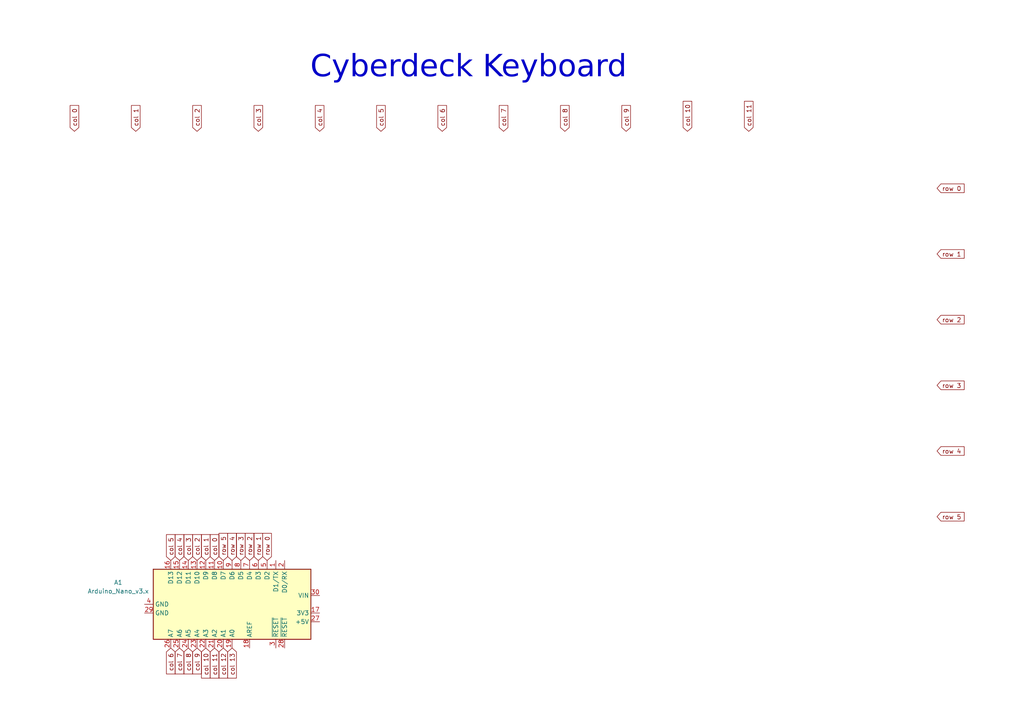
<source format=kicad_sch>
(kicad_sch (version 20231120) (generator "eeschema") (generator_version "8.0")
  (paper "A4")
  (lib_symbols
    (symbol "MCU_Module:Arduino_Nano_v3.x"
      (property "Reference" "A" (at -10.16 23.495 0))
      (property "Value" "Arduino_Nano_v3.x" (at 5.08 -24.13 0))
      (symbol "Arduino_Nano_v3.x_0_1"
        (rectangle (start -10.16 22.86) (end 10.16 -22.86) (stroke (width 0.254)) (fill (type background)))
      )
      (symbol "Arduino_Nano_v3.x_1_1"
        (pin bidirectional line (at -12.7 12.7 0) (length 2.54) (name "D1/TX") (number "1"))
        (pin bidirectional line (at -12.7 -2.54 0) (length 2.54) (name "D7") (number "10"))
        (pin bidirectional line (at -12.7 -5.08 0) (length 2.54) (name "D8") (number "11"))
        (pin bidirectional line (at -12.7 -7.62 0) (length 2.54) (name "D9") (number "12"))
        (pin bidirectional line (at -12.7 -10.16 0) (length 2.54) (name "D10") (number "13"))
        (pin bidirectional line (at -12.7 -12.7 0) (length 2.54) (name "D11") (number "14"))
        (pin bidirectional line (at -12.7 -15.24 0) (length 2.54) (name "D12") (number "15"))
        (pin bidirectional line (at -12.7 -17.78 0) (length 2.54) (name "D13") (number "16"))
        (pin power_out line (at 2.54 25.4 270) (length 2.54) (name "3V3") (number "17"))
        (pin input line (at 12.7 5.08 180) (length 2.54) (name "AREF") (number "18"))
        (pin bidirectional line (at 12.7 0 180) (length 2.54) (name "A0") (number "19"))
        (pin bidirectional line (at -12.7 15.24 0) (length 2.54) (name "D0/RX") (number "2"))
        (pin bidirectional line (at 12.7 -2.54 180) (length 2.54) (name "A1") (number "20"))
        (pin bidirectional line (at 12.7 -5.08 180) (length 2.54) (name "A2") (number "21"))
        (pin bidirectional line (at 12.7 -7.62 180) (length 2.54) (name "A3") (number "22"))
        (pin bidirectional line (at 12.7 -10.16 180) (length 2.54) (name "A4") (number "23"))
        (pin bidirectional line (at 12.7 -12.7 180) (length 2.54) (name "A5") (number "24"))
        (pin bidirectional line (at 12.7 -15.24 180) (length 2.54) (name "A6") (number "25"))
        (pin bidirectional line (at 12.7 -17.78 180) (length 2.54) (name "A7") (number "26"))
        (pin power_out line (at 5.08 25.4 270) (length 2.54) (name "+5V") (number "27"))
        (pin input line (at 12.7 15.24 180) (length 2.54) (name "~{RESET}") (number "28"))
        (pin power_in line (at 2.54 -25.4 90) (length 2.54) (name "GND") (number "29"))
        (pin input line (at 12.7 12.7 180) (length 2.54) (name "~{RESET}") (number "3"))
        (pin power_in line (at -2.54 25.4 270) (length 2.54) (name "VIN") (number "30"))
        (pin power_in line (at 0 -25.4 90) (length 2.54) (name "GND") (number "4"))
        (pin bidirectional line (at -12.7 10.16 0) (length 2.54) (name "D2") (number "5"))
        (pin bidirectional line (at -12.7 7.62 0) (length 2.54) (name "D3") (number "6"))
        (pin bidirectional line (at -12.7 5.08 0) (length 2.54) (name "D4") (number "7"))
        (pin bidirectional line (at -12.7 2.54 0) (length 2.54) (name "D5") (number "8"))
        (pin bidirectional line (at -12.7 0 0) (length 2.54) (name "D6") (number "9"))
      )
    )
  )
  (text "Cyberdeck Keyboard" (at 135.89 21.336 0) (effects (font (size 6.35 6.35))))
  (global_label "row 1" (shape input) (at 74.93 162.56 90) (property "Intersheetrefs" "${INTERSHEET_REFS}" (effects (hide yes))))
  (global_label "col 6" (shape input) (at 128.27 38.1 90) (property "Intersheetrefs" "${INTERSHEET_REFS}" (effects (hide yes))))
  (global_label "col 8" (shape input) (at 163.83 38.1 90) (property "Intersheetrefs" "${INTERSHEET_REFS}" (effects (hide yes))))
  (global_label "col 7" (shape input) (at 146.05 38.1 90) (property "Intersheetrefs" "${INTERSHEET_REFS}" (effects (hide yes))))
  (global_label "row 5" (shape input) (at 64.77 162.56 90) (property "Intersheetrefs" "${INTERSHEET_REFS}" (effects (hide yes))))
  (global_label "row 2" (shape input) (at 72.39 162.56 90) (property "Intersheetrefs" "${INTERSHEET_REFS}" (effects (hide yes))))
  (global_label "col 1" (shape input) (at 59.69 162.56 90) (property "Intersheetrefs" "${INTERSHEET_REFS}" (effects (hide yes))))
  (global_label "col 12" (shape input) (at 64.77 187.96 270) (property "Intersheetrefs" "${INTERSHEET_REFS}" (effects (hide yes))))
  (global_label "col 4" (shape input) (at 92.71 38.1 90) (property "Intersheetrefs" "${INTERSHEET_REFS}" (effects (hide yes))))
  (global_label "row 0" (shape input) (at 271.78 54.61 0) (property "Intersheetrefs" "${INTERSHEET_REFS}" (effects (hide yes))))
  (global_label "col 2" (shape input) (at 57.15 162.56 90) (property "Intersheetrefs" "${INTERSHEET_REFS}" (effects (hide yes))))
  (global_label "col 0" (shape input) (at 21.59 38.1 90) (property "Intersheetrefs" "${INTERSHEET_REFS}" (effects (hide yes))))
  (global_label "col 4" (shape input) (at 52.07 162.56 90) (property "Intersheetrefs" "${INTERSHEET_REFS}" (effects (hide yes))))
  (global_label "row 0" (shape input) (at 77.47 162.56 90) (property "Intersheetrefs" "${INTERSHEET_REFS}" (effects (hide yes))))
  (global_label "col 1" (shape input) (at 39.37 38.1 90) (property "Intersheetrefs" "${INTERSHEET_REFS}" (effects (hide yes))))
  (global_label "col 6" (shape input) (at 49.53 187.96 270) (property "Intersheetrefs" "${INTERSHEET_REFS}" (effects (hide yes))))
  (global_label "row 3" (shape input) (at 271.78 111.76 0) (property "Intersheetrefs" "${INTERSHEET_REFS}" (effects (hide yes))))
  (global_label "col 8" (shape input) (at 54.61 187.96 270) (property "Intersheetrefs" "${INTERSHEET_REFS}" (effects (hide yes))))
  (global_label "col 11" (shape input) (at 217.17 38.1 90) (property "Intersheetrefs" "${INTERSHEET_REFS}" (effects (hide yes))))
  (global_label "col 7" (shape input) (at 52.07 187.96 270) (property "Intersheetrefs" "${INTERSHEET_REFS}" (effects (hide yes))))
  (global_label "row 4" (shape input) (at 67.31 162.56 90) (property "Intersheetrefs" "${INTERSHEET_REFS}" (effects (hide yes))))
  (global_label "row 3" (shape input) (at 69.85 162.56 90) (property "Intersheetrefs" "${INTERSHEET_REFS}" (effects (hide yes))))
  (global_label "col 0" (shape input) (at 62.23 162.56 90) (property "Intersheetrefs" "${INTERSHEET_REFS}" (effects (hide yes))))
  (global_label "col 9" (shape input) (at 57.15 187.96 270) (property "Intersheetrefs" "${INTERSHEET_REFS}" (effects (hide yes))))
  (global_label "col 3" (shape input) (at 74.93 38.1 90) (property "Intersheetrefs" "${INTERSHEET_REFS}" (effects (hide yes))))
  (global_label "row 1" (shape input) (at 271.78 73.66 0) (property "Intersheetrefs" "${INTERSHEET_REFS}" (effects (hide yes))))
  (global_label "col 11" (shape input) (at 62.23 187.96 270) (property "Intersheetrefs" "${INTERSHEET_REFS}" (effects (hide yes))))
  (global_label "col 10" (shape input) (at 59.69 187.96 270) (property "Intersheetrefs" "${INTERSHEET_REFS}" (effects (hide yes))))
  (global_label "col 13" (shape input) (at 67.31 187.96 270) (property "Intersheetrefs" "${INTERSHEET_REFS}" (effects (hide yes))))
  (global_label "row 4" (shape input) (at 271.78 130.81 0) (property "Intersheetrefs" "${INTERSHEET_REFS}" (effects (hide yes))))
  (global_label "col 10" (shape input) (at 199.39 38.1 90) (property "Intersheetrefs" "${INTERSHEET_REFS}" (effects (hide yes))))
  (global_label "row 5" (shape input) (at 271.78 149.86 0) (property "Intersheetrefs" "${INTERSHEET_REFS}" (effects (hide yes))))
  (global_label "col 2" (shape input) (at 57.15 38.1 90) (property "Intersheetrefs" "${INTERSHEET_REFS}" (effects (hide yes))))
  (global_label "col 3" (shape input) (at 54.61 162.56 90) (property "Intersheetrefs" "${INTERSHEET_REFS}" (effects (hide yes))))
  (global_label "col 9" (shape input) (at 181.61 38.1 90) (property "Intersheetrefs" "${INTERSHEET_REFS}" (effects (hide yes))))
  (global_label "col 5" (shape input) (at 110.49 38.1 90) (property "Intersheetrefs" "${INTERSHEET_REFS}" (effects (hide yes))))
  (global_label "row 2" (shape input) (at 271.78 92.71 0) (property "Intersheetrefs" "${INTERSHEET_REFS}" (effects (hide yes))))
  (global_label "col 5" (shape input) (at 49.53 162.56 90) (property "Intersheetrefs" "${INTERSHEET_REFS}" (effects (hide yes))))
  (symbol (lib_id "MCU_Module:Arduino_Nano_v3.x") (at 67.31 175.26 270) (unit 1)
    (property "Reference" "A1" (at 34.29 168.9414 90))
    (property "Value" "Arduino_Nano_v3.x" (at 34.29 171.4814 90))
    (property "Footprint" "Module:Arduino_Nano" (effects (hide yes)))
    (property "Datasheet" "http://www.mouser.com/pdfdocs/Gravitech_Arduino_Nano3_0.pdf" (effects (hide yes)))
    (property "Description" "Arduino Nano v3.x" (effects (hide yes)))
  )
)
</source>
